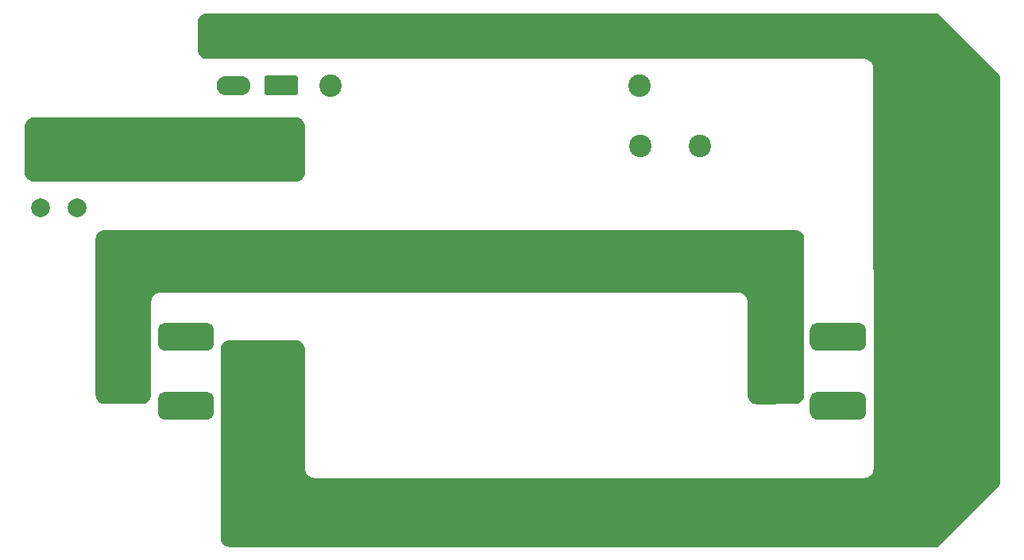
<source format=gbl>
G04 #@! TF.GenerationSoftware,KiCad,Pcbnew,(5.1.9)-1*
G04 #@! TF.CreationDate,2021-05-25T00:15:28+02:00*
G04 #@! TF.ProjectId,LF,4c462e6b-6963-4616-945f-706362585858,rev?*
G04 #@! TF.SameCoordinates,Original*
G04 #@! TF.FileFunction,Copper,L2,Bot*
G04 #@! TF.FilePolarity,Positive*
%FSLAX46Y46*%
G04 Gerber Fmt 4.6, Leading zero omitted, Abs format (unit mm)*
G04 Created by KiCad (PCBNEW (5.1.9)-1) date 2021-05-25 00:15:28*
%MOMM*%
%LPD*%
G01*
G04 APERTURE LIST*
G04 #@! TA.AperFunction,ComponentPad*
%ADD10O,3.600000X2.100000*%
G04 #@! TD*
G04 #@! TA.AperFunction,ComponentPad*
%ADD11C,2.010000*%
G04 #@! TD*
G04 #@! TA.AperFunction,ComponentPad*
%ADD12C,2.400000*%
G04 #@! TD*
G04 #@! TA.AperFunction,Conductor*
%ADD13C,0.254000*%
G04 #@! TD*
G04 #@! TA.AperFunction,Conductor*
%ADD14C,0.100000*%
G04 #@! TD*
G04 APERTURE END LIST*
G04 #@! TA.AperFunction,ComponentPad*
G36*
G01*
X49450100Y-29270000D02*
X46349900Y-29270000D01*
G75*
G02*
X46100000Y-29020100I0J249900D01*
G01*
X46100000Y-27419900D01*
G75*
G02*
X46349900Y-27170000I249900J0D01*
G01*
X49450100Y-27170000D01*
G75*
G02*
X49700000Y-27419900I0J-249900D01*
G01*
X49700000Y-29020100D01*
G75*
G02*
X49450100Y-29270000I-249900J0D01*
G01*
G37*
G04 #@! TD.AperFunction*
D10*
X42820000Y-23140000D03*
X42820000Y-28220000D03*
X47900000Y-23140000D03*
D11*
X26120000Y-41270000D03*
X27320000Y-36170000D03*
X27320000Y-33970000D03*
X22220000Y-41270000D03*
X23420000Y-36170000D03*
X23420000Y-33970000D03*
D12*
X86120000Y-28220000D03*
X53120000Y-28220000D03*
X115000000Y-34690000D03*
X92500000Y-34690000D03*
X120000000Y-34690000D03*
X48040000Y-36020000D03*
X86140000Y-34720000D03*
G04 #@! TA.AperFunction,ComponentPad*
G36*
G01*
X35500000Y-60933000D02*
X40000000Y-60933000D01*
G75*
G02*
X40750000Y-61683000I0J-750000D01*
G01*
X40750000Y-63183000D01*
G75*
G02*
X40000000Y-63933000I-750000J0D01*
G01*
X35500000Y-63933000D01*
G75*
G02*
X34750000Y-63183000I0J750000D01*
G01*
X34750000Y-61683000D01*
G75*
G02*
X35500000Y-60933000I750000J0D01*
G01*
G37*
G04 #@! TD.AperFunction*
G04 #@! TA.AperFunction,ComponentPad*
G36*
G01*
X44914200Y-56500000D02*
X44914200Y-61000000D01*
G75*
G02*
X44164200Y-61750000I-750000J0D01*
G01*
X42664200Y-61750000D01*
G75*
G02*
X41914200Y-61000000I0J750000D01*
G01*
X41914200Y-56500000D01*
G75*
G02*
X42664200Y-55750000I750000J0D01*
G01*
X44164200Y-55750000D01*
G75*
G02*
X44914200Y-56500000I0J-750000D01*
G01*
G37*
G04 #@! TD.AperFunction*
G04 #@! TA.AperFunction,ComponentPad*
G36*
G01*
X40000000Y-56567000D02*
X35500000Y-56567000D01*
G75*
G02*
X34750000Y-55817000I0J750000D01*
G01*
X34750000Y-54317000D01*
G75*
G02*
X35500000Y-53567000I750000J0D01*
G01*
X40000000Y-53567000D01*
G75*
G02*
X40750000Y-54317000I0J-750000D01*
G01*
X40750000Y-55817000D01*
G75*
G02*
X40000000Y-56567000I-750000J0D01*
G01*
G37*
G04 #@! TD.AperFunction*
G04 #@! TA.AperFunction,ComponentPad*
G36*
G01*
X33611200Y-56500000D02*
X33611200Y-61000000D01*
G75*
G02*
X32861200Y-61750000I-750000J0D01*
G01*
X31361200Y-61750000D01*
G75*
G02*
X30611200Y-61000000I0J750000D01*
G01*
X30611200Y-56500000D01*
G75*
G02*
X31361200Y-55750000I750000J0D01*
G01*
X32861200Y-55750000D01*
G75*
G02*
X33611200Y-56500000I0J-750000D01*
G01*
G37*
G04 #@! TD.AperFunction*
G04 #@! TA.AperFunction,ComponentPad*
G36*
G01*
X103111200Y-56503000D02*
X103111200Y-61003000D01*
G75*
G02*
X102361200Y-61753000I-750000J0D01*
G01*
X100861200Y-61753000D01*
G75*
G02*
X100111200Y-61003000I0J750000D01*
G01*
X100111200Y-56503000D01*
G75*
G02*
X100861200Y-55753000I750000J0D01*
G01*
X102361200Y-55753000D01*
G75*
G02*
X103111200Y-56503000I0J-750000D01*
G01*
G37*
G04 #@! TD.AperFunction*
G04 #@! TA.AperFunction,ComponentPad*
G36*
G01*
X109500000Y-56570000D02*
X105000000Y-56570000D01*
G75*
G02*
X104250000Y-55820000I0J750000D01*
G01*
X104250000Y-54320000D01*
G75*
G02*
X105000000Y-53570000I750000J0D01*
G01*
X109500000Y-53570000D01*
G75*
G02*
X110250000Y-54320000I0J-750000D01*
G01*
X110250000Y-55820000D01*
G75*
G02*
X109500000Y-56570000I-750000J0D01*
G01*
G37*
G04 #@! TD.AperFunction*
G04 #@! TA.AperFunction,ComponentPad*
G36*
G01*
X114414200Y-56503000D02*
X114414200Y-61003000D01*
G75*
G02*
X113664200Y-61753000I-750000J0D01*
G01*
X112164200Y-61753000D01*
G75*
G02*
X111414200Y-61003000I0J750000D01*
G01*
X111414200Y-56503000D01*
G75*
G02*
X112164200Y-55753000I750000J0D01*
G01*
X113664200Y-55753000D01*
G75*
G02*
X114414200Y-56503000I0J-750000D01*
G01*
G37*
G04 #@! TD.AperFunction*
G04 #@! TA.AperFunction,ComponentPad*
G36*
G01*
X105000000Y-60936000D02*
X109500000Y-60936000D01*
G75*
G02*
X110250000Y-61686000I0J-750000D01*
G01*
X110250000Y-63186000D01*
G75*
G02*
X109500000Y-63936000I-750000J0D01*
G01*
X105000000Y-63936000D01*
G75*
G02*
X104250000Y-63186000I0J750000D01*
G01*
X104250000Y-61686000D01*
G75*
G02*
X105000000Y-60936000I750000J0D01*
G01*
G37*
G04 #@! TD.AperFunction*
D13*
X124340000Y-27273381D02*
X124340001Y-70726618D01*
X117733620Y-77333000D01*
X42406234Y-77333000D01*
X42229811Y-77315624D01*
X42066150Y-77265978D01*
X41915328Y-77185362D01*
X41783130Y-77076870D01*
X41674638Y-76944672D01*
X41594022Y-76793850D01*
X41544376Y-76630189D01*
X41527000Y-76453766D01*
X41527000Y-56406234D01*
X41544376Y-56229811D01*
X41594022Y-56066150D01*
X41674638Y-55915328D01*
X41783130Y-55783130D01*
X41915328Y-55674638D01*
X42066150Y-55594022D01*
X42229811Y-55544376D01*
X42406234Y-55527000D01*
X49393766Y-55527000D01*
X49570189Y-55544376D01*
X49733850Y-55594022D01*
X49884672Y-55674638D01*
X50016870Y-55783130D01*
X50125362Y-55915328D01*
X50205978Y-56066150D01*
X50255624Y-56229811D01*
X50273000Y-56406234D01*
X50273000Y-69090000D01*
X50273612Y-69102448D01*
X50292827Y-69297538D01*
X50297683Y-69321956D01*
X50354588Y-69509549D01*
X50364116Y-69532550D01*
X50456526Y-69705437D01*
X50470358Y-69726138D01*
X50594721Y-69877675D01*
X50612325Y-69895279D01*
X50763862Y-70019642D01*
X50784563Y-70033474D01*
X50957450Y-70125884D01*
X50980451Y-70135412D01*
X51168044Y-70192317D01*
X51192462Y-70197173D01*
X51387552Y-70216388D01*
X51400000Y-70217000D01*
X109999553Y-70217000D01*
X110012005Y-70216388D01*
X110207150Y-70197162D01*
X110231574Y-70192302D01*
X110419215Y-70135365D01*
X110442222Y-70125832D01*
X110615145Y-70033371D01*
X110635849Y-70019533D01*
X110787405Y-69895106D01*
X110805011Y-69877492D01*
X110929371Y-69725881D01*
X110943200Y-69705171D01*
X111035583Y-69532207D01*
X111045106Y-69509196D01*
X111101959Y-69321529D01*
X111106808Y-69297103D01*
X111125947Y-69101949D01*
X111126553Y-69089496D01*
X111107447Y-26369496D01*
X111106830Y-26357052D01*
X111087539Y-26162025D01*
X111082674Y-26137615D01*
X111025716Y-25950096D01*
X111016184Y-25927105D01*
X110923747Y-25754295D01*
X110909913Y-25733605D01*
X110785548Y-25582143D01*
X110767945Y-25564547D01*
X110616427Y-25440249D01*
X110595729Y-25426424D01*
X110422878Y-25334065D01*
X110399883Y-25324544D01*
X110212339Y-25267670D01*
X110187928Y-25262815D01*
X109992892Y-25243611D01*
X109980447Y-25243000D01*
X39955941Y-25243000D01*
X39779535Y-25225629D01*
X39615916Y-25176005D01*
X39465108Y-25095415D01*
X39332924Y-24986964D01*
X39224427Y-24854805D01*
X39143796Y-24704030D01*
X39094122Y-24540418D01*
X39076698Y-24364023D01*
X39075849Y-21536503D01*
X39093180Y-21360029D01*
X39142792Y-21196338D01*
X39223396Y-21045462D01*
X39331883Y-20913224D01*
X39464096Y-20804691D01*
X39614939Y-20724046D01*
X39778620Y-20674384D01*
X39924632Y-20660000D01*
X117726620Y-20660000D01*
X124340000Y-27273381D01*
G04 #@! TA.AperFunction,Conductor*
D14*
G36*
X124340000Y-27273381D02*
G01*
X124340001Y-70726618D01*
X117733620Y-77333000D01*
X42406234Y-77333000D01*
X42229811Y-77315624D01*
X42066150Y-77265978D01*
X41915328Y-77185362D01*
X41783130Y-77076870D01*
X41674638Y-76944672D01*
X41594022Y-76793850D01*
X41544376Y-76630189D01*
X41527000Y-76453766D01*
X41527000Y-56406234D01*
X41544376Y-56229811D01*
X41594022Y-56066150D01*
X41674638Y-55915328D01*
X41783130Y-55783130D01*
X41915328Y-55674638D01*
X42066150Y-55594022D01*
X42229811Y-55544376D01*
X42406234Y-55527000D01*
X49393766Y-55527000D01*
X49570189Y-55544376D01*
X49733850Y-55594022D01*
X49884672Y-55674638D01*
X50016870Y-55783130D01*
X50125362Y-55915328D01*
X50205978Y-56066150D01*
X50255624Y-56229811D01*
X50273000Y-56406234D01*
X50273000Y-69090000D01*
X50273612Y-69102448D01*
X50292827Y-69297538D01*
X50297683Y-69321956D01*
X50354588Y-69509549D01*
X50364116Y-69532550D01*
X50456526Y-69705437D01*
X50470358Y-69726138D01*
X50594721Y-69877675D01*
X50612325Y-69895279D01*
X50763862Y-70019642D01*
X50784563Y-70033474D01*
X50957450Y-70125884D01*
X50980451Y-70135412D01*
X51168044Y-70192317D01*
X51192462Y-70197173D01*
X51387552Y-70216388D01*
X51400000Y-70217000D01*
X109999553Y-70217000D01*
X110012005Y-70216388D01*
X110207150Y-70197162D01*
X110231574Y-70192302D01*
X110419215Y-70135365D01*
X110442222Y-70125832D01*
X110615145Y-70033371D01*
X110635849Y-70019533D01*
X110787405Y-69895106D01*
X110805011Y-69877492D01*
X110929371Y-69725881D01*
X110943200Y-69705171D01*
X111035583Y-69532207D01*
X111045106Y-69509196D01*
X111101959Y-69321529D01*
X111106808Y-69297103D01*
X111125947Y-69101949D01*
X111126553Y-69089496D01*
X111107447Y-26369496D01*
X111106830Y-26357052D01*
X111087539Y-26162025D01*
X111082674Y-26137615D01*
X111025716Y-25950096D01*
X111016184Y-25927105D01*
X110923747Y-25754295D01*
X110909913Y-25733605D01*
X110785548Y-25582143D01*
X110767945Y-25564547D01*
X110616427Y-25440249D01*
X110595729Y-25426424D01*
X110422878Y-25334065D01*
X110399883Y-25324544D01*
X110212339Y-25267670D01*
X110187928Y-25262815D01*
X109992892Y-25243611D01*
X109980447Y-25243000D01*
X39955941Y-25243000D01*
X39779535Y-25225629D01*
X39615916Y-25176005D01*
X39465108Y-25095415D01*
X39332924Y-24986964D01*
X39224427Y-24854805D01*
X39143796Y-24704030D01*
X39094122Y-24540418D01*
X39076698Y-24364023D01*
X39075849Y-21536503D01*
X39093180Y-21360029D01*
X39142792Y-21196338D01*
X39223396Y-21045462D01*
X39331883Y-20913224D01*
X39464096Y-20804691D01*
X39614939Y-20724046D01*
X39778620Y-20674384D01*
X39924632Y-20660000D01*
X117726620Y-20660000D01*
X124340000Y-27273381D01*
G37*
G04 #@! TD.AperFunction*
D13*
X102770189Y-43744376D02*
X102933850Y-43794022D01*
X103084672Y-43874638D01*
X103216870Y-43983130D01*
X103325362Y-44115328D01*
X103405978Y-44266150D01*
X103455624Y-44429811D01*
X103473000Y-44606234D01*
X103473000Y-61195419D01*
X103455659Y-61371671D01*
X103406118Y-61535168D01*
X103325663Y-61685875D01*
X103217380Y-61818014D01*
X103085422Y-61926516D01*
X102934849Y-62007219D01*
X102771432Y-62057031D01*
X102595215Y-62074663D01*
X98567694Y-62081332D01*
X98391046Y-62064210D01*
X98227153Y-62014734D01*
X98076080Y-61934205D01*
X97943642Y-61825722D01*
X97834939Y-61693463D01*
X97754161Y-61542525D01*
X97704413Y-61378712D01*
X97687000Y-61202099D01*
X97687000Y-51324843D01*
X97686389Y-51312396D01*
X97667178Y-51117325D01*
X97662322Y-51092910D01*
X97605428Y-50905334D01*
X97595902Y-50882334D01*
X97503509Y-50709460D01*
X97489680Y-50688761D01*
X97365340Y-50537231D01*
X97347739Y-50519627D01*
X97196229Y-50395263D01*
X97175532Y-50381431D01*
X97002672Y-50289011D01*
X96979674Y-50279481D01*
X96792107Y-50222557D01*
X96767691Y-50217697D01*
X96572623Y-50198456D01*
X96560177Y-50197843D01*
X35000177Y-50188157D01*
X34987727Y-50188767D01*
X34792615Y-50207955D01*
X34768194Y-50212809D01*
X34580575Y-50269697D01*
X34557571Y-50279222D01*
X34384657Y-50371622D01*
X34363953Y-50385454D01*
X34212390Y-50509816D01*
X34194782Y-50527420D01*
X34070396Y-50678963D01*
X34056562Y-50699666D01*
X33964135Y-50872566D01*
X33954606Y-50895568D01*
X33897689Y-51083178D01*
X33892831Y-51107598D01*
X33873612Y-51302707D01*
X33873000Y-51315157D01*
X33873000Y-61193766D01*
X33855624Y-61370189D01*
X33805978Y-61533850D01*
X33725362Y-61684672D01*
X33616870Y-61816870D01*
X33484672Y-61925362D01*
X33333850Y-62005978D01*
X33170189Y-62055624D01*
X32993766Y-62073000D01*
X29096234Y-62073000D01*
X28919811Y-62055624D01*
X28756150Y-62005978D01*
X28605328Y-61925362D01*
X28473130Y-61816870D01*
X28364638Y-61684672D01*
X28284022Y-61533850D01*
X28234376Y-61370189D01*
X28217000Y-61193766D01*
X28217000Y-44606234D01*
X28234376Y-44429811D01*
X28284022Y-44266150D01*
X28364638Y-44115328D01*
X28473130Y-43983130D01*
X28605328Y-43874638D01*
X28756150Y-43794022D01*
X28919811Y-43744376D01*
X29096234Y-43727000D01*
X102593766Y-43727000D01*
X102770189Y-43744376D01*
G04 #@! TA.AperFunction,Conductor*
D14*
G36*
X102770189Y-43744376D02*
G01*
X102933850Y-43794022D01*
X103084672Y-43874638D01*
X103216870Y-43983130D01*
X103325362Y-44115328D01*
X103405978Y-44266150D01*
X103455624Y-44429811D01*
X103473000Y-44606234D01*
X103473000Y-61195419D01*
X103455659Y-61371671D01*
X103406118Y-61535168D01*
X103325663Y-61685875D01*
X103217380Y-61818014D01*
X103085422Y-61926516D01*
X102934849Y-62007219D01*
X102771432Y-62057031D01*
X102595215Y-62074663D01*
X98567694Y-62081332D01*
X98391046Y-62064210D01*
X98227153Y-62014734D01*
X98076080Y-61934205D01*
X97943642Y-61825722D01*
X97834939Y-61693463D01*
X97754161Y-61542525D01*
X97704413Y-61378712D01*
X97687000Y-61202099D01*
X97687000Y-51324843D01*
X97686389Y-51312396D01*
X97667178Y-51117325D01*
X97662322Y-51092910D01*
X97605428Y-50905334D01*
X97595902Y-50882334D01*
X97503509Y-50709460D01*
X97489680Y-50688761D01*
X97365340Y-50537231D01*
X97347739Y-50519627D01*
X97196229Y-50395263D01*
X97175532Y-50381431D01*
X97002672Y-50289011D01*
X96979674Y-50279481D01*
X96792107Y-50222557D01*
X96767691Y-50217697D01*
X96572623Y-50198456D01*
X96560177Y-50197843D01*
X35000177Y-50188157D01*
X34987727Y-50188767D01*
X34792615Y-50207955D01*
X34768194Y-50212809D01*
X34580575Y-50269697D01*
X34557571Y-50279222D01*
X34384657Y-50371622D01*
X34363953Y-50385454D01*
X34212390Y-50509816D01*
X34194782Y-50527420D01*
X34070396Y-50678963D01*
X34056562Y-50699666D01*
X33964135Y-50872566D01*
X33954606Y-50895568D01*
X33897689Y-51083178D01*
X33892831Y-51107598D01*
X33873612Y-51302707D01*
X33873000Y-51315157D01*
X33873000Y-61193766D01*
X33855624Y-61370189D01*
X33805978Y-61533850D01*
X33725362Y-61684672D01*
X33616870Y-61816870D01*
X33484672Y-61925362D01*
X33333850Y-62005978D01*
X33170189Y-62055624D01*
X32993766Y-62073000D01*
X29096234Y-62073000D01*
X28919811Y-62055624D01*
X28756150Y-62005978D01*
X28605328Y-61925362D01*
X28473130Y-61816870D01*
X28364638Y-61684672D01*
X28284022Y-61533850D01*
X28234376Y-61370189D01*
X28217000Y-61193766D01*
X28217000Y-44606234D01*
X28234376Y-44429811D01*
X28284022Y-44266150D01*
X28364638Y-44115328D01*
X28473130Y-43983130D01*
X28605328Y-43874638D01*
X28756150Y-43794022D01*
X28919811Y-43744376D01*
X29096234Y-43727000D01*
X102593766Y-43727000D01*
X102770189Y-43744376D01*
G37*
G04 #@! TD.AperFunction*
D13*
X49590189Y-31764376D02*
X49753850Y-31814022D01*
X49904672Y-31894638D01*
X50036870Y-32003130D01*
X50145362Y-32135328D01*
X50225978Y-32286150D01*
X50275624Y-32449811D01*
X50293000Y-32626234D01*
X50293000Y-37463766D01*
X50275624Y-37640189D01*
X50225978Y-37803850D01*
X50145362Y-37954672D01*
X50036870Y-38086870D01*
X49904672Y-38195362D01*
X49753850Y-38275978D01*
X49590189Y-38325624D01*
X49413766Y-38343000D01*
X21535875Y-38343000D01*
X21359480Y-38325630D01*
X21195860Y-38276009D01*
X21045062Y-38195428D01*
X20912879Y-38086984D01*
X20804382Y-37954836D01*
X20723746Y-37804067D01*
X20674066Y-37640469D01*
X20660000Y-37498150D01*
X20660000Y-32574261D01*
X20672188Y-32450076D01*
X20721794Y-32286374D01*
X20802392Y-32135495D01*
X20910884Y-32003242D01*
X21043095Y-31894704D01*
X21193943Y-31814052D01*
X21357633Y-31764385D01*
X21534104Y-31747000D01*
X49413766Y-31747000D01*
X49590189Y-31764376D01*
G04 #@! TA.AperFunction,Conductor*
D14*
G36*
X49590189Y-31764376D02*
G01*
X49753850Y-31814022D01*
X49904672Y-31894638D01*
X50036870Y-32003130D01*
X50145362Y-32135328D01*
X50225978Y-32286150D01*
X50275624Y-32449811D01*
X50293000Y-32626234D01*
X50293000Y-37463766D01*
X50275624Y-37640189D01*
X50225978Y-37803850D01*
X50145362Y-37954672D01*
X50036870Y-38086870D01*
X49904672Y-38195362D01*
X49753850Y-38275978D01*
X49590189Y-38325624D01*
X49413766Y-38343000D01*
X21535875Y-38343000D01*
X21359480Y-38325630D01*
X21195860Y-38276009D01*
X21045062Y-38195428D01*
X20912879Y-38086984D01*
X20804382Y-37954836D01*
X20723746Y-37804067D01*
X20674066Y-37640469D01*
X20660000Y-37498150D01*
X20660000Y-32574261D01*
X20672188Y-32450076D01*
X20721794Y-32286374D01*
X20802392Y-32135495D01*
X20910884Y-32003242D01*
X21043095Y-31894704D01*
X21193943Y-31814052D01*
X21357633Y-31764385D01*
X21534104Y-31747000D01*
X49413766Y-31747000D01*
X49590189Y-31764376D01*
G37*
G04 #@! TD.AperFunction*
M02*

</source>
